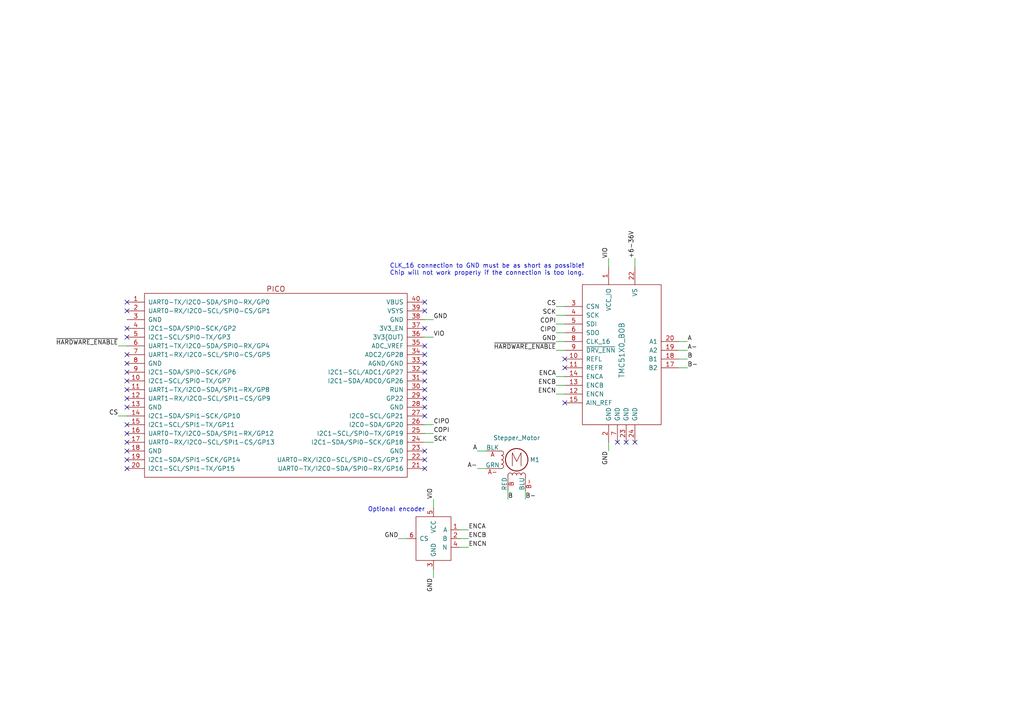
<source format=kicad_sch>
(kicad_sch (version 20230121) (generator eeschema)
  (paper "A4")
  (title_block (title "Trinamic Wiring") (date "2024-07-31") (rev "0.5") (company "Janelia Research Campus"))
  (lib_symbols
    (symbol "Janelia:ENCODER_EMS22Q" (pin_names (offset 1.016))
      (symbol "ENCODER_EMS22Q_0_1"
        (rectangle (start -5.08 6.35) (end 5.08 -6.35))
      )
      (symbol "ENCODER_EMS22Q_1_1"
        (pin output line (at 7.62 2.54 180) (length 2.54) (name "A") (number "1"))
        (pin output line (at 7.62 0 180) (length 2.54) (name "B") (number "2"))
        (pin power_in line (at 0 -8.89 90) (length 2.54) (name "GND") (number "3"))
        (pin output line (at 7.62 -2.54 180) (length 2.54) (name "N") (number "4"))
        (pin power_in line (at 0 8.89 270) (length 2.54) (name "VCC") (number "5"))
        (pin input line (at -7.62 0 0) (length 2.54) (name "CS") (number "6"))
      )
    )
    (symbol "Janelia:PICO_HEADERS" (pin_names (offset 1.016))
      (symbol "PICO_HEADERS_0_1"
        (rectangle (start -38.1 26.67) (end 38.1 -26.67))
      )
      (symbol "PICO_HEADERS_1_1"
        (text "PICO" (at 0 27.94 0) (effects (font (size 1.524 1.524))))
        (pin bidirectional line (at -43.18 24.13 0) (length 5.08) (name "UART0-TX/I2C0-SDA/SPI0-RX/GP0") (number "1"))
        (pin bidirectional line (at -43.18 1.27 0) (length 5.08) (name "I2C1-SCL/SPI0-TX/GP7") (number "10"))
        (pin bidirectional line (at -43.18 -1.27 0) (length 5.08) (name "UART1-TX/I2C0-SDA/SPI1-RX/GP8") (number "11"))
        (pin bidirectional line (at -43.18 -3.81 0) (length 5.08) (name "UART1-RX/I2C0-SCL/SPI1-CS/GP9") (number "12"))
        (pin passive line (at -43.18 -6.35 0) (length 5.08) (name "GND") (number "13"))
        (pin bidirectional line (at -43.18 -8.89 0) (length 5.08) (name "I2C1-SDA/SPI1-SCK/GP10") (number "14"))
        (pin bidirectional line (at -43.18 -11.43 0) (length 5.08) (name "I2C1-SCL/SPI1-TX/GP11") (number "15"))
        (pin bidirectional line (at -43.18 -13.97 0) (length 5.08) (name "UART0-TX/I2C0-SDA/SPI1-RX/GP12") (number "16"))
        (pin bidirectional line (at -43.18 -16.51 0) (length 5.08) (name "UART0-RX/I2C0-SCL/SPI1-CS/GP13") (number "17"))
        (pin passive line (at -43.18 -19.05 0) (length 5.08) (name "GND") (number "18"))
        (pin bidirectional line (at -43.18 -21.59 0) (length 5.08) (name "I2C1-SDA/SPI1-SCK/GP14") (number "19"))
        (pin bidirectional line (at -43.18 21.59 0) (length 5.08) (name "UART0-RX/I2C0-SCL/SPI0-CS/GP1") (number "2"))
        (pin bidirectional line (at -43.18 -24.13 0) (length 5.08) (name "I2C1-SCL/SPI1-TX/GP15") (number "20"))
        (pin bidirectional line (at 43.18 -24.13 180) (length 5.08) (name "UART0-TX/I2C0-SDA/SPI0-RX/GP16") (number "21"))
        (pin bidirectional line (at 43.18 -21.59 180) (length 5.08) (name "UART0-RX/I2C0-SCL/SPI0-CS/GP17") (number "22"))
        (pin passive line (at 43.18 -19.05 180) (length 5.08) (name "GND") (number "23"))
        (pin bidirectional line (at 43.18 -16.51 180) (length 5.08) (name "I2C1-SDA/SPI0-SCK/GP18") (number "24"))
        (pin bidirectional line (at 43.18 -13.97 180) (length 5.08) (name "I2C1-SCL/SPI0-TX/GP19") (number "25"))
        (pin bidirectional line (at 43.18 -11.43 180) (length 5.08) (name "I2C0-SDA/GP20") (number "26"))
        (pin bidirectional line (at 43.18 -8.89 180) (length 5.08) (name "I2C0-SCL/GP21") (number "27"))
        (pin passive line (at 43.18 -6.35 180) (length 5.08) (name "GND") (number "28"))
        (pin passive line (at 43.18 -3.81 180) (length 5.08) (name "GP22") (number "29"))
        (pin passive line (at -43.18 19.05 0) (length 5.08) (name "GND") (number "3"))
        (pin passive line (at 43.18 -1.27 180) (length 5.08) (name "RUN") (number "30"))
        (pin passive line (at 43.18 1.27 180) (length 5.08) (name "I2C1-SDA/ADC0/GP26") (number "31"))
        (pin passive line (at 43.18 3.81 180) (length 5.08) (name "I2C1-SCL/ADC1/GP27") (number "32"))
        (pin passive line (at 43.18 6.35 180) (length 5.08) (name "AGND/GND") (number "33"))
        (pin passive line (at 43.18 8.89 180) (length 5.08) (name "ADC2/GP28") (number "34"))
        (pin passive line (at 43.18 11.43 180) (length 5.08) (name "ADC_VREF") (number "35"))
        (pin passive line (at 43.18 13.97 180) (length 5.08) (name "3V3(OUT)") (number "36"))
        (pin passive line (at 43.18 16.51 180) (length 5.08) (name "3V3_EN") (number "37"))
        (pin passive line (at 43.18 19.05 180) (length 5.08) (name "GND") (number "38"))
        (pin passive line (at 43.18 21.59 180) (length 5.08) (name "VSYS") (number "39"))
        (pin bidirectional line (at -43.18 16.51 0) (length 5.08) (name "I2C1-SDA/SPI0-SCK/GP2") (number "4"))
        (pin passive line (at 43.18 24.13 180) (length 5.08) (name "VBUS") (number "40"))
        (pin bidirectional line (at -43.18 13.97 0) (length 5.08) (name "I2C1-SCL/SPI0-TX/GP3") (number "5"))
        (pin bidirectional line (at -43.18 11.43 0) (length 5.08) (name "UART1-TX/I2C0-SDA/SPI0-RX/GP4") (number "6"))
        (pin bidirectional line (at -43.18 8.89 0) (length 5.08) (name "UART1-RX/I2C0-SCL/SPI0-CS/GP5") (number "7"))
        (pin passive line (at -43.18 6.35 0) (length 5.08) (name "GND") (number "8"))
        (pin bidirectional line (at -43.18 3.81 0) (length 5.08) (name "I2C1-SDA/SPI0-SCK/GP6") (number "9"))
      )
    )
    (symbol "Janelia:Stepper_Motor_QSH2818-32-07-006" (pin_names (offset 0))
      (property "Reference" "M" (at 3.81 0 0))
      (property "Value" "Stepper_Motor_QSH2818-32-07-006" (at 0 6.35 0))
      (symbol "Stepper_Motor_QSH2818-32-07-006_0_0"
        (polyline (pts (xy -1.27 -1.778) (xy -1.27 2.032) (xy 0 -0.508) (xy 1.27 2.032) (xy 1.27 -1.778)))
      )
      (symbol "Stepper_Motor_QSH2818-32-07-006_0_1"
        (arc (start -4.445 -2.54) (mid -3.8127 -1.905) (end -4.445 -1.27))
        (arc (start -4.445 -1.27) (mid -3.8127 -0.635) (end -4.445 0))
        (arc (start -4.445 0) (mid -3.8127 0.635) (end -4.445 1.27))
        (arc (start -4.445 1.27) (mid -3.8127 1.905) (end -4.445 2.54))
        (arc (start -1.27 -4.445) (mid -1.905 -3.8127) (end -2.54 -4.445))
        (arc (start 0 -4.445) (mid -0.635 -3.8127) (end -1.27 -4.445))
        (polyline (pts (xy -5.08 -2.54) (xy -4.445 -2.54)))
        (polyline (pts (xy -5.08 2.54) (xy -4.445 2.54)))
        (polyline (pts (xy -2.54 -5.08) (xy -2.54 -4.445)))
        (polyline (pts (xy 2.54 -5.08) (xy 2.54 -4.445)))
        (circle (center 0 0) (radius 3.2512) (stroke (width 0.254)))
        (arc (start 1.27 -4.445) (mid 0.635 -3.8127) (end 0 -4.445))
        (arc (start 2.54 -4.445) (mid 1.905 -3.8127) (end 1.27 -4.445))
      )
      (symbol "Stepper_Motor_QSH2818-32-07-006_1_1"
        (pin passive line (at -8.89 2.54 0) (length 3.81) (name "BLK") (number "A"))
        (pin passive line (at -8.89 -2.54 0) (length 3.81) (name "GRN") (number "A-"))
        (pin passive line (at -2.54 -8.89 90) (length 3.81) (name "RED") (number "B"))
        (pin passive line (at 2.54 -8.89 90) (length 3.81) (name "BLU") (number "B-"))
      )
    )
    (symbol "Janelia:TMC51X0_BOB" (pin_names (offset 1.016))
      (property "Value" "TMC51X0_BOB" (at 0 0 90))
      (symbol "TMC51X0_BOB_0_1"
        (rectangle (start -11.43 20.32) (end 11.43 -20.32))
      )
      (symbol "TMC51X0_BOB_1_1"
        (pin power_in line (at -3.81 25.4 270) (length 5.08) (name "VCC_IO") (number "1"))
        (pin input line (at -16.51 -1.27 0) (length 5.08) (name "REFL") (number "10"))
        (pin input line (at -16.51 -3.81 0) (length 5.08) (name "REFR") (number "11"))
        (pin input line (at -16.51 -11.43 0) (length 5.08) (name "ENCN") (number "12"))
        (pin input line (at -16.51 -8.89 0) (length 5.08) (name "ENCB") (number "13"))
        (pin input line (at -16.51 -6.35 0) (length 5.08) (name "ENCA") (number "14"))
        (pin input line (at -16.51 -13.97 0) (length 5.08) (name "AIN_REF") (number "15"))
        (pin power_out line (at 16.51 -3.81 180) (length 5.08) (name "B2") (number "17"))
        (pin power_out line (at 16.51 -1.27 180) (length 5.08) (name "B1") (number "18"))
        (pin power_out line (at 16.51 1.27 180) (length 5.08) (name "A2") (number "19"))
        (pin power_in line (at -3.81 -25.4 90) (length 5.08) (name "GND") (number "2"))
        (pin power_out line (at 16.51 3.81 180) (length 5.08) (name "A1") (number "20"))
        (pin power_in line (at 3.81 25.4 270) (length 5.08) (name "VS") (number "22"))
        (pin power_in line (at 1.27 -25.4 90) (length 5.08) (name "GND") (number "23"))
        (pin power_in line (at 3.81 -25.4 90) (length 5.08) (name "GND") (number "24"))
        (pin input line (at -16.51 13.97 0) (length 5.08) (name "CSN") (number "3"))
        (pin input line (at -16.51 11.43 0) (length 5.08) (name "SCK") (number "4"))
        (pin input line (at -16.51 8.89 0) (length 5.08) (name "SDI") (number "5"))
        (pin output line (at -16.51 6.35 0) (length 5.08) (name "SDO") (number "6"))
        (pin power_in line (at -1.27 -25.4 90) (length 5.08) (name "GND") (number "7"))
        (pin input line (at -16.51 3.81 0) (length 5.08) (name "CLK_16") (number "8"))
        (pin input line (at -16.51 1.27 0) (length 5.08) (name "~{DRV_ENN}") (number "9"))
      )
    )
  )
  (no_connect (at 123.19 90.17))
  (no_connect (at 123.19 118.11))
  (no_connect (at 123.19 135.89))
  (no_connect (at 123.19 87.63))
  (no_connect (at 123.19 130.81))
  (no_connect (at 36.83 115.57))
  (no_connect (at 36.83 125.73))
  (no_connect (at 163.83 104.14))
  (no_connect (at 163.83 106.68))
  (no_connect (at 36.83 128.27))
  (no_connect (at 181.61 128.27))
  (no_connect (at 36.83 135.89))
  (no_connect (at 163.83 116.84))
  (no_connect (at 36.83 130.81))
  (no_connect (at 36.83 87.63))
  (no_connect (at 36.83 105.41))
  (no_connect (at 36.83 102.87))
  (no_connect (at 36.83 107.95))
  (no_connect (at 36.83 110.49))
  (no_connect (at 36.83 113.03))
  (no_connect (at 123.19 100.33))
  (no_connect (at 123.19 95.25))
  (no_connect (at 123.19 115.57))
  (no_connect (at 123.19 113.03))
  (no_connect (at 123.19 110.49))
  (no_connect (at 123.19 107.95))
  (no_connect (at 123.19 105.41))
  (no_connect (at 123.19 102.87))
  (no_connect (at 36.83 95.25))
  (no_connect (at 36.83 118.11))
  (no_connect (at 123.19 133.35))
  (no_connect (at 123.19 120.65))
  (no_connect (at 179.07 128.27))
  (no_connect (at 36.83 123.19))
  (no_connect (at 184.15 128.27))
  (no_connect (at 36.83 90.17))
  (no_connect (at 36.83 97.79))
  (no_connect (at 36.83 133.35))
  (wire (pts (xy 196.85 104.14) (xy 199.39 104.14)))
  (wire (pts (xy 125.73 167.64) (xy 125.73 165.1)))
  (wire (pts (xy 115.57 156.21) (xy 118.11 156.21)))
  (wire (pts (xy 161.29 96.52) (xy 163.83 96.52)))
  (wire (pts (xy 138.43 130.81) (xy 140.97 130.81)))
  (wire (pts (xy 161.29 88.9) (xy 163.83 88.9)))
  (wire (pts (xy 34.29 120.65) (xy 36.83 120.65)))
  (wire (pts (xy 125.73 125.73) (xy 123.19 125.73)))
  (wire (pts (xy 147.32 142.24) (xy 147.32 144.78)))
  (wire (pts (xy 125.73 92.71) (xy 123.19 92.71)))
  (wire (pts (xy 138.43 135.89) (xy 140.97 135.89)))
  (wire (pts (xy 163.83 109.22) (xy 161.29 109.22)))
  (wire (pts (xy 133.35 156.21) (xy 135.89 156.21)))
  (wire (pts (xy 163.83 91.44) (xy 161.29 91.44)))
  (wire (pts (xy 161.29 93.98) (xy 163.83 93.98)))
  (wire (pts (xy 176.53 77.47) (xy 176.53 74.93)))
  (wire (pts (xy 152.4 142.24) (xy 152.4 144.78)))
  (wire (pts (xy 125.73 123.19) (xy 123.19 123.19)))
  (wire (pts (xy 133.35 158.75) (xy 135.89 158.75)))
  (wire (pts (xy 123.19 97.79) (xy 125.73 97.79)))
  (wire (pts (xy 125.73 147.32) (xy 125.73 144.78)))
  (wire (pts (xy 196.85 101.6) (xy 199.39 101.6)))
  (wire (pts (xy 133.35 153.67) (xy 135.89 153.67)))
  (wire (pts (xy 176.53 128.27) (xy 176.53 130.81)))
  (wire (pts (xy 184.15 77.47) (xy 184.15 74.93)))
  (wire (pts (xy 163.83 114.3) (xy 161.29 114.3)))
  (wire (pts (xy 163.83 99.06) (xy 161.29 99.06)))
  (wire (pts (xy 161.29 101.6) (xy 163.83 101.6)))
  (wire (pts (xy 196.85 99.06) (xy 199.39 99.06)))
  (wire (pts (xy 163.83 111.76) (xy 161.29 111.76)))
  (wire (pts (xy 123.19 128.27) (xy 125.73 128.27)))
  (wire (pts (xy 34.29 100.33) (xy 36.83 100.33)))
  (wire (pts (xy 196.85 106.68) (xy 199.39 106.68)))
  (text "Optional encoder" (at 106.68 148.59 0) (effects (font (size 1.27 1.27)) (justify left bottom)))
  (text "CLK_16 connection to GND must be as short as possible!\nChip will not work properly if the connection is too long." (at 113.03 80.01 0) (effects (font (size 1.27 1.27)) (justify left bottom)))
  (label "SCK" (at 125.73 128.27 0))
  (label "GND" (at 125.73 92.71 0))
  (label "A" (at 199.39 99.06 0))
  (label "ENCA" (at 135.89 153.67 0))
  (label "VIO" (at 125.73 97.79 0))
  (label "CIPO" (at 161.29 96.52 180))
  (label "ENCN" (at 161.29 114.3 180))
  (label "GND" (at 125.73 167.64 270))
  (label "COPI" (at 161.29 93.98 180))
  (label "GND" (at 115.57 156.21 180))
  (label "A-" (at 199.39 101.6 0))
  (label "B-" (at 152.4 144.78 0))
  (label "CIPO" (at 125.73 123.19 0))
  (label "B-" (at 199.39 106.68 0))
  (label "GND" (at 176.53 130.81 270))
  (label "GND" (at 161.29 99.06 180))
  (label "CS" (at 161.29 88.9 180))
  (label "COPI" (at 125.73 125.73 0))
  (label "ENCB" (at 135.89 156.21 0))
  (label "CS" (at 34.29 120.65 180))
  (label "~{HARDWARE_ENABLE}" (at 34.29 100.33 180))
  (label "ENCA" (at 161.29 109.22 180))
  (label "A-" (at 138.43 135.89 180))
  (label "~{HARDWARE_ENABLE}" (at 161.29 101.6 180))
  (label "VIO" (at 176.53 74.93 90))
  (label "VIO" (at 125.73 144.78 90))
  (label "B" (at 199.39 104.14 0))
  (label "+6-36V" (at 184.15 74.93 90))
  (label "B" (at 147.32 144.78 0))
  (label "ENCN" (at 135.89 158.75 0))
  (label "SCK" (at 161.29 91.44 180))
  (label "A" (at 138.43 130.81 180))
  (label "ENCB" (at 161.29 111.76 180))
  (symbol (lib_id "Janelia:Stepper_Motor_QSH2818-32-07-006") (at 149.86 133.35 0) (unit 1)
    (property "Reference" "M1" (at 153.67 133.35 0) (effects (justify left)))
    (property "Value" "Stepper_Motor" (at 149.86 127 0))
    (property "Manufacturer" "Trinamic Motion Control" (effects hide))
    (property "Manufacturer Part Number" "QSH2818-32-07-006" (effects hide))
    (property "Vendor" "Digi-Key" (effects hide))
    (property "Vendor Part Number" "1460-1072-ND" (effects hide))
  )
  (symbol (lib_id "Janelia:PICO_HEADERS") (at 80.01 111.76 0) (unit 1)
    (property "Reference" "A3" (effects hide))
    (property "Value" "PICO_HEADERS" (effects hide))
    (property "Footprint" "Janelia:PICO_HEADERS" (effects hide))
    (property "Vendor" "Digi-Key" (effects hide))
    (property "Sim.Enable" "0" (effects hide))
  )
  (symbol (lib_id "Janelia:ENCODER_EMS22Q") (at 125.73 156.21 0) (unit 1)
    (property "Reference" "ENC1" (effects hide))
    (property "Value" "ENCODER_EMS22Q" (effects hide))
    (property "Vendor" "Digi-Key" (effects hide))
    (property "Vendor Part Number" "EMS22Q31-B28-LS4-ND" (effects hide))
    (property "Description" "ROTARY ENCODER MAGNETIC 256PPR" (effects hide))
    (property "Sim.Enable" "0" (effects hide))
    (property "Manufacturer" "Bourns Inc." (effects hide))
    (property "Manufacturer Part Number" "EMS22Q31-B28-LS4" (effects hide))
  )
  (symbol (lib_id "Janelia:TMC51X0_BOB") (at 180.34 102.87 0) (unit 1)
    (property "Reference" "BOB1" (effects hide))
    (property "Value" "TMC51X0_BOB" (at 180.34 101.6 90) (effects (font (size 1.524 1.524))))
    (property "Vendor" "Digi-Key" (effects hide))
    (property "Vendor Part Number" "505-TMC51X0A-BOB-ND" (effects hide))
    (property "Description" "BREAKOUTBOARD WITH TMC51X0A" (effects hide))
    (property "Manufacturer" "Analog Devices Inc." (effects hide))
    (property "Manufacturer Part Number" "TMC51X0A-BOB" (effects hide))
    (property "Sim.Enable" "0" (effects hide))
  )
)
</source>
